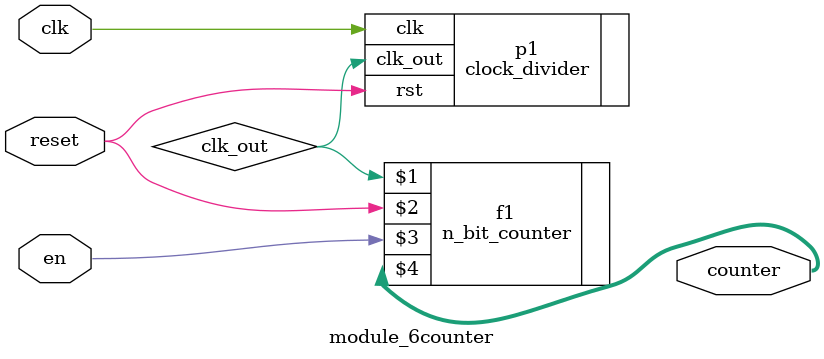
<source format=v>
`timescale 1ns / 1ps


module module_6counter(input clk, input reset, input en ,output [3:0]counter);

wire clk_out;
clock_divider #(50000000) p1(.clk(clk), .rst(reset),  .clk_out(clk_out));
n_bit_counter  #(6,4) f1( clk_out,reset,en,counter);

endmodule

</source>
